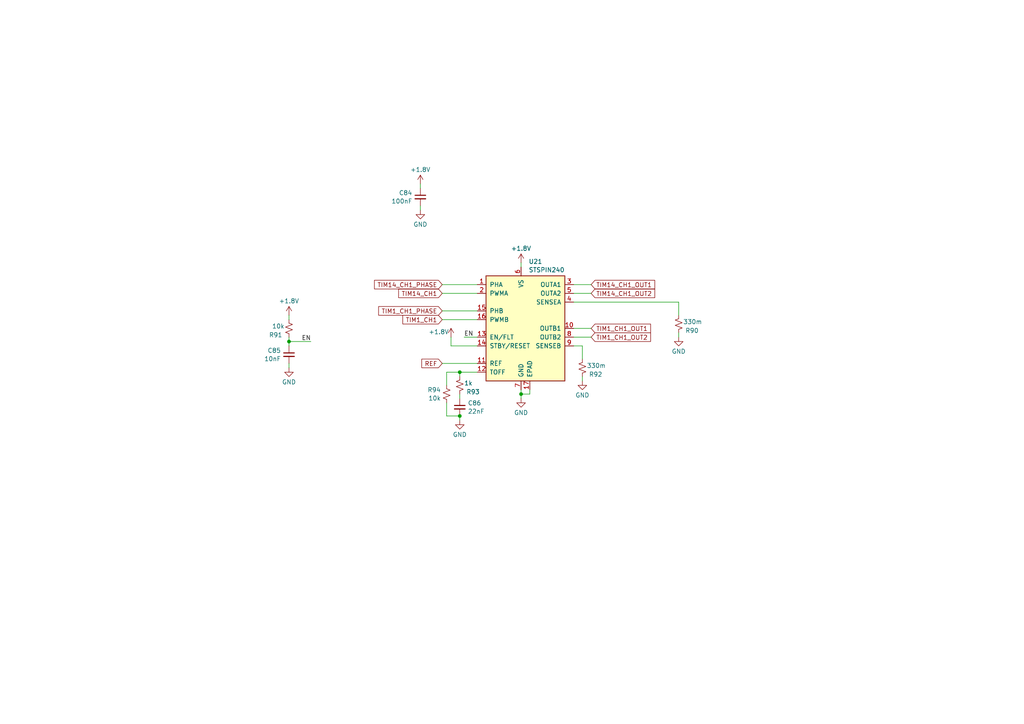
<source format=kicad_sch>
(kicad_sch
	(version 20231120)
	(generator "eeschema")
	(generator_version "8.0")
	(uuid "678b9aec-26bf-4f27-ba87-71e2ec76edda")
	(paper "A4")
	(lib_symbols
		(symbol "Device:C_Small"
			(pin_numbers hide)
			(pin_names
				(offset 0.254) hide)
			(exclude_from_sim no)
			(in_bom yes)
			(on_board yes)
			(property "Reference" "C"
				(at 0.254 1.778 0)
				(effects
					(font
						(size 1.27 1.27)
					)
					(justify left)
				)
			)
			(property "Value" "C_Small"
				(at 0.254 -2.032 0)
				(effects
					(font
						(size 1.27 1.27)
					)
					(justify left)
				)
			)
			(property "Footprint" ""
				(at 0 0 0)
				(effects
					(font
						(size 1.27 1.27)
					)
					(hide yes)
				)
			)
			(property "Datasheet" "~"
				(at 0 0 0)
				(effects
					(font
						(size 1.27 1.27)
					)
					(hide yes)
				)
			)
			(property "Description" "Unpolarized capacitor, small symbol"
				(at 0 0 0)
				(effects
					(font
						(size 1.27 1.27)
					)
					(hide yes)
				)
			)
			(property "ki_keywords" "capacitor cap"
				(at 0 0 0)
				(effects
					(font
						(size 1.27 1.27)
					)
					(hide yes)
				)
			)
			(property "ki_fp_filters" "C_*"
				(at 0 0 0)
				(effects
					(font
						(size 1.27 1.27)
					)
					(hide yes)
				)
			)
			(symbol "C_Small_0_1"
				(polyline
					(pts
						(xy -1.524 -0.508) (xy 1.524 -0.508)
					)
					(stroke
						(width 0.3302)
						(type default)
					)
					(fill
						(type none)
					)
				)
				(polyline
					(pts
						(xy -1.524 0.508) (xy 1.524 0.508)
					)
					(stroke
						(width 0.3048)
						(type default)
					)
					(fill
						(type none)
					)
				)
			)
			(symbol "C_Small_1_1"
				(pin passive line
					(at 0 2.54 270)
					(length 2.032)
					(name "~"
						(effects
							(font
								(size 1.27 1.27)
							)
						)
					)
					(number "1"
						(effects
							(font
								(size 1.27 1.27)
							)
						)
					)
				)
				(pin passive line
					(at 0 -2.54 90)
					(length 2.032)
					(name "~"
						(effects
							(font
								(size 1.27 1.27)
							)
						)
					)
					(number "2"
						(effects
							(font
								(size 1.27 1.27)
							)
						)
					)
				)
			)
		)
		(symbol "Device:R_Small_US"
			(pin_numbers hide)
			(pin_names
				(offset 0.254) hide)
			(exclude_from_sim no)
			(in_bom yes)
			(on_board yes)
			(property "Reference" "R"
				(at 0.762 0.508 0)
				(effects
					(font
						(size 1.27 1.27)
					)
					(justify left)
				)
			)
			(property "Value" "R_Small_US"
				(at 0.762 -1.016 0)
				(effects
					(font
						(size 1.27 1.27)
					)
					(justify left)
				)
			)
			(property "Footprint" ""
				(at 0 0 0)
				(effects
					(font
						(size 1.27 1.27)
					)
					(hide yes)
				)
			)
			(property "Datasheet" "~"
				(at 0 0 0)
				(effects
					(font
						(size 1.27 1.27)
					)
					(hide yes)
				)
			)
			(property "Description" "Resistor, small US symbol"
				(at 0 0 0)
				(effects
					(font
						(size 1.27 1.27)
					)
					(hide yes)
				)
			)
			(property "ki_keywords" "r resistor"
				(at 0 0 0)
				(effects
					(font
						(size 1.27 1.27)
					)
					(hide yes)
				)
			)
			(property "ki_fp_filters" "R_*"
				(at 0 0 0)
				(effects
					(font
						(size 1.27 1.27)
					)
					(hide yes)
				)
			)
			(symbol "R_Small_US_1_1"
				(polyline
					(pts
						(xy 0 0) (xy 1.016 -0.381) (xy 0 -0.762) (xy -1.016 -1.143) (xy 0 -1.524)
					)
					(stroke
						(width 0)
						(type default)
					)
					(fill
						(type none)
					)
				)
				(polyline
					(pts
						(xy 0 1.524) (xy 1.016 1.143) (xy 0 0.762) (xy -1.016 0.381) (xy 0 0)
					)
					(stroke
						(width 0)
						(type default)
					)
					(fill
						(type none)
					)
				)
				(pin passive line
					(at 0 2.54 270)
					(length 1.016)
					(name "~"
						(effects
							(font
								(size 1.27 1.27)
							)
						)
					)
					(number "1"
						(effects
							(font
								(size 1.27 1.27)
							)
						)
					)
				)
				(pin passive line
					(at 0 -2.54 90)
					(length 1.016)
					(name "~"
						(effects
							(font
								(size 1.27 1.27)
							)
						)
					)
					(number "2"
						(effects
							(font
								(size 1.27 1.27)
							)
						)
					)
				)
			)
		)
		(symbol "Driver_Motor:STSPIN240"
			(pin_names
				(offset 1.016)
			)
			(exclude_from_sim no)
			(in_bom yes)
			(on_board yes)
			(property "Reference" "U"
				(at -10.16 16.51 0)
				(effects
					(font
						(size 1.27 1.27)
					)
					(justify left)
				)
			)
			(property "Value" "STSPIN240"
				(at 5.08 16.51 0)
				(effects
					(font
						(size 1.27 1.27)
					)
					(justify left)
				)
			)
			(property "Footprint" "Package_DFN_QFN:VQFN-16-1EP_3x3mm_P0.5mm_EP1.8x1.8mm"
				(at 5.08 19.05 0)
				(effects
					(font
						(size 1.27 1.27)
					)
					(justify left)
					(hide yes)
				)
			)
			(property "Datasheet" "www.st.com/resource/en/datasheet/stspin240.pdf"
				(at 3.81 6.35 0)
				(effects
					(font
						(size 1.27 1.27)
					)
					(hide yes)
				)
			)
			(property "Description" "Low voltage dual brush DC motor driver, 1.8V to 10V input, 1.3Arms output, 0.4Ω Rdson per phase (typical), QFN-16 package"
				(at 0 0 0)
				(effects
					(font
						(size 1.27 1.27)
					)
					(hide yes)
				)
			)
			(property "ki_keywords" "motor driver dc brushed"
				(at 0 0 0)
				(effects
					(font
						(size 1.27 1.27)
					)
					(hide yes)
				)
			)
			(property "ki_fp_filters" "VQFN*1EP*3x3mm*P0.5mm*"
				(at 0 0 0)
				(effects
					(font
						(size 1.27 1.27)
					)
					(hide yes)
				)
			)
			(symbol "STSPIN240_0_1"
				(rectangle
					(start -10.16 15.24)
					(end 12.7 -15.24)
					(stroke
						(width 0.254)
						(type default)
					)
					(fill
						(type background)
					)
				)
			)
			(symbol "STSPIN240_1_1"
				(pin input line
					(at -12.7 12.7 0)
					(length 2.54)
					(name "PHA"
						(effects
							(font
								(size 1.27 1.27)
							)
						)
					)
					(number "1"
						(effects
							(font
								(size 1.27 1.27)
							)
						)
					)
				)
				(pin power_out line
					(at 15.24 0 180)
					(length 2.54)
					(name "OUTB1"
						(effects
							(font
								(size 1.27 1.27)
							)
						)
					)
					(number "10"
						(effects
							(font
								(size 1.27 1.27)
							)
						)
					)
				)
				(pin input line
					(at -12.7 -10.16 0)
					(length 2.54)
					(name "REF"
						(effects
							(font
								(size 1.27 1.27)
							)
						)
					)
					(number "11"
						(effects
							(font
								(size 1.27 1.27)
							)
						)
					)
				)
				(pin input line
					(at -12.7 -12.7 0)
					(length 2.54)
					(name "TOFF"
						(effects
							(font
								(size 1.27 1.27)
							)
						)
					)
					(number "12"
						(effects
							(font
								(size 1.27 1.27)
							)
						)
					)
				)
				(pin bidirectional line
					(at -12.7 -2.54 0)
					(length 2.54)
					(name "EN/FLT"
						(effects
							(font
								(size 1.27 1.27)
							)
						)
					)
					(number "13"
						(effects
							(font
								(size 1.27 1.27)
							)
						)
					)
				)
				(pin input line
					(at -12.7 -5.08 0)
					(length 2.54)
					(name "STBY/RESET"
						(effects
							(font
								(size 1.27 1.27)
							)
						)
					)
					(number "14"
						(effects
							(font
								(size 1.27 1.27)
							)
						)
					)
				)
				(pin input line
					(at -12.7 5.08 0)
					(length 2.54)
					(name "PHB"
						(effects
							(font
								(size 1.27 1.27)
							)
						)
					)
					(number "15"
						(effects
							(font
								(size 1.27 1.27)
							)
						)
					)
				)
				(pin input line
					(at -12.7 2.54 0)
					(length 2.54)
					(name "PWMB"
						(effects
							(font
								(size 1.27 1.27)
							)
						)
					)
					(number "16"
						(effects
							(font
								(size 1.27 1.27)
							)
						)
					)
				)
				(pin power_in line
					(at 2.54 -17.78 90)
					(length 2.54)
					(name "EPAD"
						(effects
							(font
								(size 1.27 1.27)
							)
						)
					)
					(number "17"
						(effects
							(font
								(size 1.27 1.27)
							)
						)
					)
				)
				(pin input line
					(at -12.7 10.16 0)
					(length 2.54)
					(name "PWMA"
						(effects
							(font
								(size 1.27 1.27)
							)
						)
					)
					(number "2"
						(effects
							(font
								(size 1.27 1.27)
							)
						)
					)
				)
				(pin power_out line
					(at 15.24 12.7 180)
					(length 2.54)
					(name "OUTA1"
						(effects
							(font
								(size 1.27 1.27)
							)
						)
					)
					(number "3"
						(effects
							(font
								(size 1.27 1.27)
							)
						)
					)
				)
				(pin power_out line
					(at 15.24 7.62 180)
					(length 2.54)
					(name "SENSEA"
						(effects
							(font
								(size 1.27 1.27)
							)
						)
					)
					(number "4"
						(effects
							(font
								(size 1.27 1.27)
							)
						)
					)
				)
				(pin power_out line
					(at 15.24 10.16 180)
					(length 2.54)
					(name "OUTA2"
						(effects
							(font
								(size 1.27 1.27)
							)
						)
					)
					(number "5"
						(effects
							(font
								(size 1.27 1.27)
							)
						)
					)
				)
				(pin power_in line
					(at 0 17.78 270)
					(length 2.54)
					(name "VS"
						(effects
							(font
								(size 1.27 1.27)
							)
						)
					)
					(number "6"
						(effects
							(font
								(size 1.27 1.27)
							)
						)
					)
				)
				(pin power_in line
					(at 0 -17.78 90)
					(length 2.54)
					(name "GND"
						(effects
							(font
								(size 1.27 1.27)
							)
						)
					)
					(number "7"
						(effects
							(font
								(size 1.27 1.27)
							)
						)
					)
				)
				(pin power_out line
					(at 15.24 -2.54 180)
					(length 2.54)
					(name "OUTB2"
						(effects
							(font
								(size 1.27 1.27)
							)
						)
					)
					(number "8"
						(effects
							(font
								(size 1.27 1.27)
							)
						)
					)
				)
				(pin power_out line
					(at 15.24 -5.08 180)
					(length 2.54)
					(name "SENSEB"
						(effects
							(font
								(size 1.27 1.27)
							)
						)
					)
					(number "9"
						(effects
							(font
								(size 1.27 1.27)
							)
						)
					)
				)
			)
		)
		(symbol "power:+1V8"
			(power)
			(pin_names
				(offset 0)
			)
			(exclude_from_sim no)
			(in_bom yes)
			(on_board yes)
			(property "Reference" "#PWR"
				(at 0 -3.81 0)
				(effects
					(font
						(size 1.27 1.27)
					)
					(hide yes)
				)
			)
			(property "Value" "+1V8"
				(at 0 3.556 0)
				(effects
					(font
						(size 1.27 1.27)
					)
				)
			)
			(property "Footprint" ""
				(at 0 0 0)
				(effects
					(font
						(size 1.27 1.27)
					)
					(hide yes)
				)
			)
			(property "Datasheet" ""
				(at 0 0 0)
				(effects
					(font
						(size 1.27 1.27)
					)
					(hide yes)
				)
			)
			(property "Description" "Power symbol creates a global label with name \"+1V8\""
				(at 0 0 0)
				(effects
					(font
						(size 1.27 1.27)
					)
					(hide yes)
				)
			)
			(property "ki_keywords" "global power"
				(at 0 0 0)
				(effects
					(font
						(size 1.27 1.27)
					)
					(hide yes)
				)
			)
			(symbol "+1V8_0_1"
				(polyline
					(pts
						(xy -0.762 1.27) (xy 0 2.54)
					)
					(stroke
						(width 0)
						(type default)
					)
					(fill
						(type none)
					)
				)
				(polyline
					(pts
						(xy 0 0) (xy 0 2.54)
					)
					(stroke
						(width 0)
						(type default)
					)
					(fill
						(type none)
					)
				)
				(polyline
					(pts
						(xy 0 2.54) (xy 0.762 1.27)
					)
					(stroke
						(width 0)
						(type default)
					)
					(fill
						(type none)
					)
				)
			)
			(symbol "+1V8_1_1"
				(pin power_in line
					(at 0 0 90)
					(length 0) hide
					(name "+1V8"
						(effects
							(font
								(size 1.27 1.27)
							)
						)
					)
					(number "1"
						(effects
							(font
								(size 1.27 1.27)
							)
						)
					)
				)
			)
		)
		(symbol "power:GND"
			(power)
			(pin_names
				(offset 0)
			)
			(exclude_from_sim no)
			(in_bom yes)
			(on_board yes)
			(property "Reference" "#PWR"
				(at 0 -6.35 0)
				(effects
					(font
						(size 1.27 1.27)
					)
					(hide yes)
				)
			)
			(property "Value" "GND"
				(at 0 -3.81 0)
				(effects
					(font
						(size 1.27 1.27)
					)
				)
			)
			(property "Footprint" ""
				(at 0 0 0)
				(effects
					(font
						(size 1.27 1.27)
					)
					(hide yes)
				)
			)
			(property "Datasheet" ""
				(at 0 0 0)
				(effects
					(font
						(size 1.27 1.27)
					)
					(hide yes)
				)
			)
			(property "Description" "Power symbol creates a global label with name \"GND\" , ground"
				(at 0 0 0)
				(effects
					(font
						(size 1.27 1.27)
					)
					(hide yes)
				)
			)
			(property "ki_keywords" "global power"
				(at 0 0 0)
				(effects
					(font
						(size 1.27 1.27)
					)
					(hide yes)
				)
			)
			(symbol "GND_0_1"
				(polyline
					(pts
						(xy 0 0) (xy 0 -1.27) (xy 1.27 -1.27) (xy 0 -2.54) (xy -1.27 -1.27) (xy 0 -1.27)
					)
					(stroke
						(width 0)
						(type default)
					)
					(fill
						(type none)
					)
				)
			)
			(symbol "GND_1_1"
				(pin power_in line
					(at 0 0 270)
					(length 0) hide
					(name "GND"
						(effects
							(font
								(size 1.27 1.27)
							)
						)
					)
					(number "1"
						(effects
							(font
								(size 1.27 1.27)
							)
						)
					)
				)
			)
		)
	)
	(junction
		(at 133.35 120.65)
		(diameter 0)
		(color 0 0 0 0)
		(uuid "42d6576e-fadb-4563-9fc6-3a42c8f7e3c8")
	)
	(junction
		(at 133.35 107.95)
		(diameter 0)
		(color 0 0 0 0)
		(uuid "667f0bd6-b12d-4faa-987f-927ccb27679f")
	)
	(junction
		(at 151.13 114.3)
		(diameter 0)
		(color 0 0 0 0)
		(uuid "b8536958-cabd-4320-bfca-2face8fcc9a7")
	)
	(junction
		(at 83.82 99.06)
		(diameter 0)
		(color 0 0 0 0)
		(uuid "d7e75411-1de3-452c-afc2-da1331c922c2")
	)
	(wire
		(pts
			(xy 151.13 76.2) (xy 151.13 77.47)
		)
		(stroke
			(width 0)
			(type default)
		)
		(uuid "0df78f29-7091-44f6-a730-ef372ed57675")
	)
	(wire
		(pts
			(xy 133.35 107.95) (xy 133.35 109.22)
		)
		(stroke
			(width 0)
			(type default)
		)
		(uuid "136b5161-d7ef-4375-aa91-e102651a4665")
	)
	(wire
		(pts
			(xy 168.91 100.33) (xy 166.37 100.33)
		)
		(stroke
			(width 0)
			(type default)
		)
		(uuid "154c620a-04df-4b2c-84d6-36da2c79bbea")
	)
	(wire
		(pts
			(xy 121.92 59.69) (xy 121.92 60.96)
		)
		(stroke
			(width 0)
			(type default)
		)
		(uuid "1ea7bd63-8734-448b-980b-014f4ca342f1")
	)
	(wire
		(pts
			(xy 133.35 114.3) (xy 133.35 115.57)
		)
		(stroke
			(width 0)
			(type default)
		)
		(uuid "2081ed10-af47-4487-84ed-017469b4fdb8")
	)
	(wire
		(pts
			(xy 128.27 92.71) (xy 138.43 92.71)
		)
		(stroke
			(width 0)
			(type default)
		)
		(uuid "24beaf91-e7d3-4e03-a638-690a46340679")
	)
	(wire
		(pts
			(xy 168.91 109.22) (xy 168.91 110.49)
		)
		(stroke
			(width 0)
			(type default)
		)
		(uuid "32926c58-e476-43b4-99b4-f50b1bd7289c")
	)
	(wire
		(pts
			(xy 83.82 99.06) (xy 83.82 100.33)
		)
		(stroke
			(width 0)
			(type default)
		)
		(uuid "3421b40e-45e7-4ac7-915c-5c46804131b9")
	)
	(wire
		(pts
			(xy 129.54 120.65) (xy 133.35 120.65)
		)
		(stroke
			(width 0)
			(type default)
		)
		(uuid "416fd5ac-a650-418e-931e-fcded8135e33")
	)
	(wire
		(pts
			(xy 128.27 90.17) (xy 138.43 90.17)
		)
		(stroke
			(width 0)
			(type default)
		)
		(uuid "424cc603-8d4e-4823-ae49-81b1618ee283")
	)
	(wire
		(pts
			(xy 168.91 104.14) (xy 168.91 100.33)
		)
		(stroke
			(width 0)
			(type default)
		)
		(uuid "48380410-9649-43e2-908f-c3ad67ad29b7")
	)
	(wire
		(pts
			(xy 151.13 113.03) (xy 151.13 114.3)
		)
		(stroke
			(width 0)
			(type default)
		)
		(uuid "5cf3c158-a797-45ff-8d5c-d0d1fafe3a22")
	)
	(wire
		(pts
			(xy 83.82 105.41) (xy 83.82 106.68)
		)
		(stroke
			(width 0)
			(type default)
		)
		(uuid "63b91a7c-7c95-4637-acd6-fcc77520c5dc")
	)
	(wire
		(pts
			(xy 196.85 87.63) (xy 196.85 91.44)
		)
		(stroke
			(width 0)
			(type default)
		)
		(uuid "6e4cef16-5184-4768-b13c-e683484dc67d")
	)
	(wire
		(pts
			(xy 129.54 107.95) (xy 133.35 107.95)
		)
		(stroke
			(width 0)
			(type default)
		)
		(uuid "7a2f5d6d-f89b-4009-be9b-50d00f32949b")
	)
	(wire
		(pts
			(xy 128.27 82.55) (xy 138.43 82.55)
		)
		(stroke
			(width 0)
			(type default)
		)
		(uuid "803c6951-769d-4787-a8a8-9d5548901c73")
	)
	(wire
		(pts
			(xy 121.92 53.34) (xy 121.92 54.61)
		)
		(stroke
			(width 0)
			(type default)
		)
		(uuid "81df2ca9-c94f-4f2b-a3c6-fd7d2f5cd330")
	)
	(wire
		(pts
			(xy 171.45 97.79) (xy 166.37 97.79)
		)
		(stroke
			(width 0)
			(type default)
		)
		(uuid "86b89144-a35d-4606-bee6-e66409accc8b")
	)
	(wire
		(pts
			(xy 138.43 97.79) (xy 134.62 97.79)
		)
		(stroke
			(width 0)
			(type default)
		)
		(uuid "87ebdfcb-394e-45c3-bb85-92d5e78fab56")
	)
	(wire
		(pts
			(xy 128.27 85.09) (xy 138.43 85.09)
		)
		(stroke
			(width 0)
			(type default)
		)
		(uuid "8e1f1e4d-a6da-4aa4-97a4-ceec37ac802b")
	)
	(wire
		(pts
			(xy 171.45 82.55) (xy 166.37 82.55)
		)
		(stroke
			(width 0)
			(type default)
		)
		(uuid "9073e5b9-c9af-4baa-b7cc-01e4e0e8170f")
	)
	(wire
		(pts
			(xy 133.35 107.95) (xy 138.43 107.95)
		)
		(stroke
			(width 0)
			(type default)
		)
		(uuid "af0d2cc6-489d-454c-9b05-ca897f917682")
	)
	(wire
		(pts
			(xy 130.81 100.33) (xy 138.43 100.33)
		)
		(stroke
			(width 0)
			(type default)
		)
		(uuid "b17469f9-4bfa-4158-bb7d-36070dad954a")
	)
	(wire
		(pts
			(xy 130.81 97.79) (xy 130.81 100.33)
		)
		(stroke
			(width 0)
			(type default)
		)
		(uuid "b99a87d4-af7a-4089-919c-45c7b3e63e22")
	)
	(wire
		(pts
			(xy 83.82 97.79) (xy 83.82 99.06)
		)
		(stroke
			(width 0)
			(type default)
		)
		(uuid "bab4188a-e630-4411-9ebd-0ebfae15cdb7")
	)
	(wire
		(pts
			(xy 171.45 85.09) (xy 166.37 85.09)
		)
		(stroke
			(width 0)
			(type default)
		)
		(uuid "bdd1b05d-dd6b-43d2-8213-f03d27a27000")
	)
	(wire
		(pts
			(xy 151.13 114.3) (xy 151.13 115.57)
		)
		(stroke
			(width 0)
			(type default)
		)
		(uuid "c05a63b7-2286-49ac-88b8-9c002ca85a9b")
	)
	(wire
		(pts
			(xy 196.85 87.63) (xy 166.37 87.63)
		)
		(stroke
			(width 0)
			(type default)
		)
		(uuid "c703d5d0-28ac-450a-9e81-ebc92b083f82")
	)
	(wire
		(pts
			(xy 128.27 105.41) (xy 138.43 105.41)
		)
		(stroke
			(width 0)
			(type default)
		)
		(uuid "d35195cc-7528-460d-9bc1-1c284727c64a")
	)
	(wire
		(pts
			(xy 129.54 116.84) (xy 129.54 120.65)
		)
		(stroke
			(width 0)
			(type default)
		)
		(uuid "df4c6b07-3cee-4d76-82ac-68278b1b2a0b")
	)
	(wire
		(pts
			(xy 83.82 91.44) (xy 83.82 92.71)
		)
		(stroke
			(width 0)
			(type default)
		)
		(uuid "e0f0e4df-3c11-491b-8c83-7b2feb1c5868")
	)
	(wire
		(pts
			(xy 153.67 114.3) (xy 153.67 113.03)
		)
		(stroke
			(width 0)
			(type default)
		)
		(uuid "e511d5ce-c0d6-4f17-bf9c-e17cd78b2211")
	)
	(wire
		(pts
			(xy 83.82 99.06) (xy 90.17 99.06)
		)
		(stroke
			(width 0)
			(type default)
		)
		(uuid "e535f119-b11d-44d9-8320-a66c01ce3ac1")
	)
	(wire
		(pts
			(xy 129.54 107.95) (xy 129.54 111.76)
		)
		(stroke
			(width 0)
			(type default)
		)
		(uuid "ea7df6dd-d206-4b50-ba0f-4867bd8d5e3c")
	)
	(wire
		(pts
			(xy 196.85 96.52) (xy 196.85 97.79)
		)
		(stroke
			(width 0)
			(type default)
		)
		(uuid "eedb8325-9b7d-43e3-aeb3-3c1bcc0fd479")
	)
	(wire
		(pts
			(xy 151.13 114.3) (xy 153.67 114.3)
		)
		(stroke
			(width 0)
			(type default)
		)
		(uuid "f25e5032-c755-44ef-8098-cb8f9e78830f")
	)
	(wire
		(pts
			(xy 171.45 95.25) (xy 166.37 95.25)
		)
		(stroke
			(width 0)
			(type default)
		)
		(uuid "f53cb537-a4c1-47fa-b30f-4b9840c5326a")
	)
	(wire
		(pts
			(xy 133.35 121.92) (xy 133.35 120.65)
		)
		(stroke
			(width 0)
			(type default)
		)
		(uuid "fcb6524b-ad1e-4656-ace8-fb400e227a7f")
	)
	(label "EN"
		(at 134.62 97.79 0)
		(fields_autoplaced yes)
		(effects
			(font
				(size 1.27 1.27)
			)
			(justify left bottom)
		)
		(uuid "2d735b23-4b75-4cc8-8522-77b72559e13e")
	)
	(label "EN"
		(at 90.17 99.06 180)
		(fields_autoplaced yes)
		(effects
			(font
				(size 1.27 1.27)
			)
			(justify right bottom)
		)
		(uuid "fc3e2e52-2328-484c-bc85-8e920ea7a8f4")
	)
	(global_label "TIM1_CH1_OUT1"
		(shape input)
		(at 171.45 95.25 0)
		(fields_autoplaced yes)
		(effects
			(font
				(size 1.27 1.27)
			)
			(justify left)
		)
		(uuid "093abaa1-6cc2-4611-b048-f1c41cc01e9f")
		(property "Intersheetrefs" "${INTERSHEET_REFS}"
			(at 189.2518 95.25 0)
			(effects
				(font
					(size 1.27 1.27)
				)
				(justify left)
				(hide yes)
			)
		)
	)
	(global_label "TIM1_CH1"
		(shape input)
		(at 128.27 92.71 180)
		(fields_autoplaced yes)
		(effects
			(font
				(size 1.27 1.27)
			)
			(justify right)
		)
		(uuid "58b2eda6-4dac-4b30-9252-55102a16717b")
		(property "Intersheetrefs" "${INTERSHEET_REFS}"
			(at 116.2739 92.71 0)
			(effects
				(font
					(size 1.27 1.27)
				)
				(justify right)
				(hide yes)
			)
		)
	)
	(global_label "TIM14_CH1_OUT2"
		(shape input)
		(at 171.45 85.09 0)
		(fields_autoplaced yes)
		(effects
			(font
				(size 1.27 1.27)
			)
			(justify left)
		)
		(uuid "5f560d61-f3e8-4ac0-8918-c180e7208148")
		(property "Intersheetrefs" "${INTERSHEET_REFS}"
			(at 190.4613 85.09 0)
			(effects
				(font
					(size 1.27 1.27)
				)
				(justify left)
				(hide yes)
			)
		)
	)
	(global_label "TIM14_CH1_OUT1"
		(shape input)
		(at 171.45 82.55 0)
		(fields_autoplaced yes)
		(effects
			(font
				(size 1.27 1.27)
			)
			(justify left)
		)
		(uuid "7c8b6df9-eace-44b5-92db-48622de2f59f")
		(property "Intersheetrefs" "${INTERSHEET_REFS}"
			(at 190.4613 82.55 0)
			(effects
				(font
					(size 1.27 1.27)
				)
				(justify left)
				(hide yes)
			)
		)
	)
	(global_label "TIM1_CH1_PHASE"
		(shape input)
		(at 128.27 90.17 180)
		(fields_autoplaced yes)
		(effects
			(font
				(size 1.27 1.27)
			)
			(justify right)
		)
		(uuid "8b813cc2-a0aa-4d22-9809-183b5a09753d")
		(property "Intersheetrefs" "${INTERSHEET_REFS}"
			(at 109.2587 90.17 0)
			(effects
				(font
					(size 1.27 1.27)
				)
				(justify right)
				(hide yes)
			)
		)
	)
	(global_label "TIM1_CH1_OUT2"
		(shape input)
		(at 171.45 97.79 0)
		(fields_autoplaced yes)
		(effects
			(font
				(size 1.27 1.27)
			)
			(justify left)
		)
		(uuid "90d8f865-50c5-4f48-bbea-62abe7a14b0e")
		(property "Intersheetrefs" "${INTERSHEET_REFS}"
			(at 189.2518 97.79 0)
			(effects
				(font
					(size 1.27 1.27)
				)
				(justify left)
				(hide yes)
			)
		)
	)
	(global_label "REF"
		(shape input)
		(at 128.27 105.41 180)
		(fields_autoplaced yes)
		(effects
			(font
				(size 1.27 1.27)
			)
			(justify right)
		)
		(uuid "a0dc2bc4-5b4f-4c18-86e8-8fa5de828bae")
		(property "Intersheetrefs" "${INTERSHEET_REFS}"
			(at 121.7772 105.41 0)
			(effects
				(font
					(size 1.27 1.27)
				)
				(justify right)
				(hide yes)
			)
		)
	)
	(global_label "TIM14_CH1_PHASE"
		(shape input)
		(at 128.27 82.55 180)
		(fields_autoplaced yes)
		(effects
			(font
				(size 1.27 1.27)
			)
			(justify right)
		)
		(uuid "a4881ba1-4837-43a5-b98c-30b78eaa4774")
		(property "Intersheetrefs" "${INTERSHEET_REFS}"
			(at 108.0492 82.55 0)
			(effects
				(font
					(size 1.27 1.27)
				)
				(justify right)
				(hide yes)
			)
		)
	)
	(global_label "TIM14_CH1"
		(shape input)
		(at 128.27 85.09 180)
		(fields_autoplaced yes)
		(effects
			(font
				(size 1.27 1.27)
			)
			(justify right)
		)
		(uuid "b6dee8e1-f56e-4501-a1ed-fa3e6493b6f5")
		(property "Intersheetrefs" "${INTERSHEET_REFS}"
			(at 115.0644 85.09 0)
			(effects
				(font
					(size 1.27 1.27)
				)
				(justify right)
				(hide yes)
			)
		)
	)
	(symbol
		(lib_id "Device:R_Small_US")
		(at 133.35 111.76 0)
		(mirror y)
		(unit 1)
		(exclude_from_sim no)
		(in_bom yes)
		(on_board yes)
		(dnp no)
		(uuid "08d3599f-af0c-44bb-81d5-91e8f1f358cf")
		(property "Reference" "R93"
			(at 135.255 113.665 0)
			(effects
				(font
					(size 1.27 1.27)
				)
				(justify right)
			)
		)
		(property "Value" "1k"
			(at 134.62 111.125 0)
			(effects
				(font
					(size 1.27 1.27)
				)
				(justify right)
			)
		)
		(property "Footprint" "Resistor_SMD:R_0402_1005Metric"
			(at 133.35 111.76 0)
			(effects
				(font
					(size 1.27 1.27)
				)
				(hide yes)
			)
		)
		(property "Datasheet" "~"
			(at 133.35 111.76 0)
			(effects
				(font
					(size 1.27 1.27)
				)
				(hide yes)
			)
		)
		(property "Description" ""
			(at 133.35 111.76 0)
			(effects
				(font
					(size 1.27 1.27)
				)
				(hide yes)
			)
		)
		(property "LCSC" "C11702"
			(at 133.35 111.76 0)
			(effects
				(font
					(size 1.27 1.27)
				)
				(hide yes)
			)
		)
		(pin "1"
			(uuid "520cc536-f2af-4093-9c89-99c22b303949")
		)
		(pin "2"
			(uuid "6d27895e-5584-4a35-a191-ef74435461a2")
		)
		(instances
			(project "kasm_pcb_rev2"
				(path "/b88f3414-095b-412c-ac5e-63ceec91c7e6/2d3f9a94-2f4e-4d4f-b431-cd37d3bb57a3/a9eedab9-16e6-4c43-a072-f3986a2633dd"
					(reference "R93")
					(unit 1)
				)
			)
		)
	)
	(symbol
		(lib_id "power:GND")
		(at 151.13 115.57 0)
		(unit 1)
		(exclude_from_sim no)
		(in_bom yes)
		(on_board yes)
		(dnp no)
		(uuid "0999cc4d-196e-43d7-9300-6dc4805e5618")
		(property "Reference" "#PWR0214"
			(at 151.13 121.92 0)
			(effects
				(font
					(size 1.27 1.27)
				)
				(hide yes)
			)
		)
		(property "Value" "GND"
			(at 151.13 119.7031 0)
			(effects
				(font
					(size 1.27 1.27)
				)
			)
		)
		(property "Footprint" ""
			(at 151.13 115.57 0)
			(effects
				(font
					(size 1.27 1.27)
				)
				(hide yes)
			)
		)
		(property "Datasheet" ""
			(at 151.13 115.57 0)
			(effects
				(font
					(size 1.27 1.27)
				)
				(hide yes)
			)
		)
		(property "Description" ""
			(at 151.13 115.57 0)
			(effects
				(font
					(size 1.27 1.27)
				)
				(hide yes)
			)
		)
		(pin "1"
			(uuid "01c8d304-92ab-4c38-9ee6-bb49e7f47521")
		)
		(instances
			(project "kasm_pcb_rev2"
				(path "/b88f3414-095b-412c-ac5e-63ceec91c7e6/2d3f9a94-2f4e-4d4f-b431-cd37d3bb57a3/a9eedab9-16e6-4c43-a072-f3986a2633dd"
					(reference "#PWR0214")
					(unit 1)
				)
			)
		)
	)
	(symbol
		(lib_id "Device:R_Small_US")
		(at 196.85 93.98 0)
		(mirror y)
		(unit 1)
		(exclude_from_sim no)
		(in_bom yes)
		(on_board yes)
		(dnp no)
		(uuid "0c943832-355b-4dd2-80d1-86cc87ab732c")
		(property "Reference" "R90"
			(at 198.755 95.885 0)
			(effects
				(font
					(size 1.27 1.27)
				)
				(justify right)
			)
		)
		(property "Value" "330m"
			(at 198.12 93.345 0)
			(effects
				(font
					(size 1.27 1.27)
				)
				(justify right)
			)
		)
		(property "Footprint" "Resistor_SMD:R_0402_1005Metric"
			(at 196.85 93.98 0)
			(effects
				(font
					(size 1.27 1.27)
				)
				(hide yes)
			)
		)
		(property "Datasheet" "~"
			(at 196.85 93.98 0)
			(effects
				(font
					(size 1.27 1.27)
				)
				(hide yes)
			)
		)
		(property "Description" ""
			(at 196.85 93.98 0)
			(effects
				(font
					(size 1.27 1.27)
				)
				(hide yes)
			)
		)
		(property "LCSC" "C332660"
			(at 196.85 93.98 0)
			(effects
				(font
					(size 1.27 1.27)
				)
				(hide yes)
			)
		)
		(pin "1"
			(uuid "57d730c9-355f-4784-b711-036a1073d2a4")
		)
		(pin "2"
			(uuid "b0acd83e-7dfa-44f5-8902-f6cbfe4aaaab")
		)
		(instances
			(project "kasm_pcb_rev2"
				(path "/b88f3414-095b-412c-ac5e-63ceec91c7e6/2d3f9a94-2f4e-4d4f-b431-cd37d3bb57a3/a9eedab9-16e6-4c43-a072-f3986a2633dd"
					(reference "R90")
					(unit 1)
				)
			)
		)
	)
	(symbol
		(lib_id "power:GND")
		(at 133.35 121.92 0)
		(unit 1)
		(exclude_from_sim no)
		(in_bom yes)
		(on_board yes)
		(dnp no)
		(uuid "14826b93-6e2a-40a6-8261-c4025ad4b572")
		(property "Reference" "#PWR0215"
			(at 133.35 128.27 0)
			(effects
				(font
					(size 1.27 1.27)
				)
				(hide yes)
			)
		)
		(property "Value" "GND"
			(at 133.35 126.0531 0)
			(effects
				(font
					(size 1.27 1.27)
				)
			)
		)
		(property "Footprint" ""
			(at 133.35 121.92 0)
			(effects
				(font
					(size 1.27 1.27)
				)
				(hide yes)
			)
		)
		(property "Datasheet" ""
			(at 133.35 121.92 0)
			(effects
				(font
					(size 1.27 1.27)
				)
				(hide yes)
			)
		)
		(property "Description" ""
			(at 133.35 121.92 0)
			(effects
				(font
					(size 1.27 1.27)
				)
				(hide yes)
			)
		)
		(pin "1"
			(uuid "e8b8079c-b48f-4a26-a36d-ad370f272bfa")
		)
		(instances
			(project "kasm_pcb_rev2"
				(path "/b88f3414-095b-412c-ac5e-63ceec91c7e6/2d3f9a94-2f4e-4d4f-b431-cd37d3bb57a3/a9eedab9-16e6-4c43-a072-f3986a2633dd"
					(reference "#PWR0215")
					(unit 1)
				)
			)
		)
	)
	(symbol
		(lib_id "Device:R_Small_US")
		(at 83.82 95.25 0)
		(unit 1)
		(exclude_from_sim no)
		(in_bom yes)
		(on_board yes)
		(dnp no)
		(uuid "23119a32-3781-4e14-9518-f3722f383c32")
		(property "Reference" "R91"
			(at 81.915 97.155 0)
			(effects
				(font
					(size 1.27 1.27)
				)
				(justify right)
			)
		)
		(property "Value" "10k"
			(at 82.55 94.615 0)
			(effects
				(font
					(size 1.27 1.27)
				)
				(justify right)
			)
		)
		(property "Footprint" "Resistor_SMD:R_0402_1005Metric"
			(at 83.82 95.25 0)
			(effects
				(font
					(size 1.27 1.27)
				)
				(hide yes)
			)
		)
		(property "Datasheet" "~"
			(at 83.82 95.25 0)
			(effects
				(font
					(size 1.27 1.27)
				)
				(hide yes)
			)
		)
		(property "Description" ""
			(at 83.82 95.25 0)
			(effects
				(font
					(size 1.27 1.27)
				)
				(hide yes)
			)
		)
		(property "LCSC" "C25744"
			(at 83.82 95.25 0)
			(effects
				(font
					(size 1.27 1.27)
				)
				(hide yes)
			)
		)
		(pin "1"
			(uuid "d81662fd-b7ee-4cd3-835e-4201edb14a83")
		)
		(pin "2"
			(uuid "161611a2-a90e-4351-9765-90a80e4e7081")
		)
		(instances
			(project "kasm_pcb_rev2"
				(path "/b88f3414-095b-412c-ac5e-63ceec91c7e6/2d3f9a94-2f4e-4d4f-b431-cd37d3bb57a3/a9eedab9-16e6-4c43-a072-f3986a2633dd"
					(reference "R91")
					(unit 1)
				)
			)
		)
	)
	(symbol
		(lib_id "power:+1V8")
		(at 130.81 97.79 0)
		(unit 1)
		(exclude_from_sim no)
		(in_bom yes)
		(on_board yes)
		(dnp no)
		(uuid "47419cb7-ae1c-489c-b519-ae9a5c0d2b1e")
		(property "Reference" "#PWR0210"
			(at 130.81 101.6 0)
			(effects
				(font
					(size 1.27 1.27)
				)
				(hide yes)
			)
		)
		(property "Value" "+1.8V"
			(at 127.254 96.266 0)
			(effects
				(font
					(size 1.27 1.27)
				)
			)
		)
		(property "Footprint" ""
			(at 130.81 97.79 0)
			(effects
				(font
					(size 1.27 1.27)
				)
				(hide yes)
			)
		)
		(property "Datasheet" ""
			(at 130.81 97.79 0)
			(effects
				(font
					(size 1.27 1.27)
				)
				(hide yes)
			)
		)
		(property "Description" ""
			(at 130.81 97.79 0)
			(effects
				(font
					(size 1.27 1.27)
				)
				(hide yes)
			)
		)
		(pin "1"
			(uuid "053ca9e1-1fa5-4cbe-93b1-01fdae85988d")
		)
		(instances
			(project "kasm_pcb_rev2"
				(path "/b88f3414-095b-412c-ac5e-63ceec91c7e6/2d3f9a94-2f4e-4d4f-b431-cd37d3bb57a3/a9eedab9-16e6-4c43-a072-f3986a2633dd"
					(reference "#PWR0210")
					(unit 1)
				)
			)
		)
	)
	(symbol
		(lib_id "Device:R_Small_US")
		(at 168.91 106.68 0)
		(mirror y)
		(unit 1)
		(exclude_from_sim no)
		(in_bom yes)
		(on_board yes)
		(dnp no)
		(uuid "573e37f4-27b0-4a2f-aa61-feaccf55e8aa")
		(property "Reference" "R92"
			(at 170.815 108.585 0)
			(effects
				(font
					(size 1.27 1.27)
				)
				(justify right)
			)
		)
		(property "Value" "330m"
			(at 170.18 106.045 0)
			(effects
				(font
					(size 1.27 1.27)
				)
				(justify right)
			)
		)
		(property "Footprint" "Resistor_SMD:R_0402_1005Metric"
			(at 168.91 106.68 0)
			(effects
				(font
					(size 1.27 1.27)
				)
				(hide yes)
			)
		)
		(property "Datasheet" "~"
			(at 168.91 106.68 0)
			(effects
				(font
					(size 1.27 1.27)
				)
				(hide yes)
			)
		)
		(property "Description" ""
			(at 168.91 106.68 0)
			(effects
				(font
					(size 1.27 1.27)
				)
				(hide yes)
			)
		)
		(property "LCSC" "C332660"
			(at 168.91 106.68 0)
			(effects
				(font
					(size 1.27 1.27)
				)
				(hide yes)
			)
		)
		(pin "1"
			(uuid "deb5ea79-eada-4ab9-8293-e45ffe29325b")
		)
		(pin "2"
			(uuid "9fb9f794-63ce-4561-8109-da4072feb646")
		)
		(instances
			(project "kasm_pcb_rev2"
				(path "/b88f3414-095b-412c-ac5e-63ceec91c7e6/2d3f9a94-2f4e-4d4f-b431-cd37d3bb57a3/a9eedab9-16e6-4c43-a072-f3986a2633dd"
					(reference "R92")
					(unit 1)
				)
			)
		)
	)
	(symbol
		(lib_id "Device:C_Small")
		(at 83.82 102.87 0)
		(mirror y)
		(unit 1)
		(exclude_from_sim no)
		(in_bom yes)
		(on_board yes)
		(dnp no)
		(uuid "8bbefa2f-93dc-492f-a9f9-ce6467de0313")
		(property "Reference" "C85"
			(at 81.4959 101.6642 0)
			(effects
				(font
					(size 1.27 1.27)
				)
				(justify left)
			)
		)
		(property "Value" "10nF"
			(at 81.4959 104.0884 0)
			(effects
				(font
					(size 1.27 1.27)
				)
				(justify left)
			)
		)
		(property "Footprint" "Capacitor_SMD:C_0402_1005Metric"
			(at 83.82 102.87 0)
			(effects
				(font
					(size 1.27 1.27)
				)
				(hide yes)
			)
		)
		(property "Datasheet" "~"
			(at 83.82 102.87 0)
			(effects
				(font
					(size 1.27 1.27)
				)
				(hide yes)
			)
		)
		(property "Description" ""
			(at 83.82 102.87 0)
			(effects
				(font
					(size 1.27 1.27)
				)
				(hide yes)
			)
		)
		(property "LCSC" "C15195"
			(at 83.82 102.87 0)
			(effects
				(font
					(size 1.27 1.27)
				)
				(hide yes)
			)
		)
		(pin "1"
			(uuid "4a0b128f-1011-4cfc-a4f9-a184f8f367cb")
		)
		(pin "2"
			(uuid "7ee64186-dbfa-4b56-9658-efb851b27027")
		)
		(instances
			(project "kasm_pcb_rev2"
				(path "/b88f3414-095b-412c-ac5e-63ceec91c7e6/2d3f9a94-2f4e-4d4f-b431-cd37d3bb57a3/a9eedab9-16e6-4c43-a072-f3986a2633dd"
					(reference "C85")
					(unit 1)
				)
			)
		)
	)
	(symbol
		(lib_id "Device:C_Small")
		(at 133.35 118.11 0)
		(unit 1)
		(exclude_from_sim no)
		(in_bom yes)
		(on_board yes)
		(dnp no)
		(uuid "a4b32b01-09cd-40d7-b4bd-05e6b14c732a")
		(property "Reference" "C86"
			(at 135.6741 116.9042 0)
			(effects
				(font
					(size 1.27 1.27)
				)
				(justify left)
			)
		)
		(property "Value" "22nF"
			(at 135.6741 119.3284 0)
			(effects
				(font
					(size 1.27 1.27)
				)
				(justify left)
			)
		)
		(property "Footprint" "Capacitor_SMD:C_0402_1005Metric"
			(at 133.35 118.11 0)
			(effects
				(font
					(size 1.27 1.27)
				)
				(hide yes)
			)
		)
		(property "Datasheet" "~"
			(at 133.35 118.11 0)
			(effects
				(font
					(size 1.27 1.27)
				)
				(hide yes)
			)
		)
		(property "Description" ""
			(at 133.35 118.11 0)
			(effects
				(font
					(size 1.27 1.27)
				)
				(hide yes)
			)
		)
		(property "LCSC" "C1532"
			(at 133.35 118.11 0)
			(effects
				(font
					(size 1.27 1.27)
				)
				(hide yes)
			)
		)
		(pin "1"
			(uuid "8b85e93a-1364-406f-b041-5332cdf1f0d7")
		)
		(pin "2"
			(uuid "1180bcc9-8394-4f27-9980-bdad24b10085")
		)
		(instances
			(project "kasm_pcb_rev2"
				(path "/b88f3414-095b-412c-ac5e-63ceec91c7e6/2d3f9a94-2f4e-4d4f-b431-cd37d3bb57a3/a9eedab9-16e6-4c43-a072-f3986a2633dd"
					(reference "C86")
					(unit 1)
				)
			)
		)
	)
	(symbol
		(lib_id "power:GND")
		(at 83.82 106.68 0)
		(unit 1)
		(exclude_from_sim no)
		(in_bom yes)
		(on_board yes)
		(dnp no)
		(uuid "a7e209d7-8814-4e15-94e5-c596746dcf1c")
		(property "Reference" "#PWR0212"
			(at 83.82 113.03 0)
			(effects
				(font
					(size 1.27 1.27)
				)
				(hide yes)
			)
		)
		(property "Value" "GND"
			(at 83.82 110.8131 0)
			(effects
				(font
					(size 1.27 1.27)
				)
			)
		)
		(property "Footprint" ""
			(at 83.82 106.68 0)
			(effects
				(font
					(size 1.27 1.27)
				)
				(hide yes)
			)
		)
		(property "Datasheet" ""
			(at 83.82 106.68 0)
			(effects
				(font
					(size 1.27 1.27)
				)
				(hide yes)
			)
		)
		(property "Description" ""
			(at 83.82 106.68 0)
			(effects
				(font
					(size 1.27 1.27)
				)
				(hide yes)
			)
		)
		(pin "1"
			(uuid "92a6c475-de20-49ef-86de-68ef71c69e89")
		)
		(instances
			(project "kasm_pcb_rev2"
				(path "/b88f3414-095b-412c-ac5e-63ceec91c7e6/2d3f9a94-2f4e-4d4f-b431-cd37d3bb57a3/a9eedab9-16e6-4c43-a072-f3986a2633dd"
					(reference "#PWR0212")
					(unit 1)
				)
			)
		)
	)
	(symbol
		(lib_id "Device:R_Small_US")
		(at 129.54 114.3 0)
		(unit 1)
		(exclude_from_sim no)
		(in_bom yes)
		(on_board yes)
		(dnp no)
		(uuid "bfdc5db9-5620-48b6-9bf6-89e3bdf3214f")
		(property "Reference" "R94"
			(at 127.889 113.0879 0)
			(effects
				(font
					(size 1.27 1.27)
				)
				(justify right)
			)
		)
		(property "Value" "10k"
			(at 127.889 115.5121 0)
			(effects
				(font
					(size 1.27 1.27)
				)
				(justify right)
			)
		)
		(property "Footprint" "Resistor_SMD:R_0402_1005Metric"
			(at 129.54 114.3 0)
			(effects
				(font
					(size 1.27 1.27)
				)
				(hide yes)
			)
		)
		(property "Datasheet" "~"
			(at 129.54 114.3 0)
			(effects
				(font
					(size 1.27 1.27)
				)
				(hide yes)
			)
		)
		(property "Description" ""
			(at 129.54 114.3 0)
			(effects
				(font
					(size 1.27 1.27)
				)
				(hide yes)
			)
		)
		(property "LCSC" "C25744"
			(at 129.54 114.3 0)
			(effects
				(font
					(size 1.27 1.27)
				)
				(hide yes)
			)
		)
		(pin "1"
			(uuid "c274c463-e395-48cd-84fd-43c321901939")
		)
		(pin "2"
			(uuid "40177d0b-163d-4b7d-bc14-a96a14938c86")
		)
		(instances
			(project "kasm_pcb_rev2"
				(path "/b88f3414-095b-412c-ac5e-63ceec91c7e6/2d3f9a94-2f4e-4d4f-b431-cd37d3bb57a3/a9eedab9-16e6-4c43-a072-f3986a2633dd"
					(reference "R94")
					(unit 1)
				)
			)
		)
	)
	(symbol
		(lib_id "Driver_Motor:STSPIN240")
		(at 151.13 95.25 0)
		(unit 1)
		(exclude_from_sim no)
		(in_bom yes)
		(on_board yes)
		(dnp no)
		(fields_autoplaced yes)
		(uuid "c7502d99-2115-45f9-a2ef-a076462238a5")
		(property "Reference" "U21"
			(at 153.3241 75.8655 0)
			(effects
				(font
					(size 1.27 1.27)
				)
				(justify left)
			)
		)
		(property "Value" "STSPIN240"
			(at 153.3241 78.2898 0)
			(effects
				(font
					(size 1.27 1.27)
				)
				(justify left)
			)
		)
		(property "Footprint" "Package_DFN_QFN:VQFN-16-1EP_3x3mm_P0.5mm_EP1.8x1.8mm"
			(at 156.21 76.2 0)
			(effects
				(font
					(size 1.27 1.27)
				)
				(justify left)
				(hide yes)
			)
		)
		(property "Datasheet" "www.st.com/resource/en/datasheet/stspin240.pdf"
			(at 154.94 88.9 0)
			(effects
				(font
					(size 1.27 1.27)
				)
				(hide yes)
			)
		)
		(property "Description" "Low voltage dual brush DC motor driver, 1.8V to 10V input, 1.3Arms output, 0.4Ω Rdson per phase (typical), QFN-16 package"
			(at 151.13 95.25 0)
			(effects
				(font
					(size 1.27 1.27)
				)
				(hide yes)
			)
		)
		(property "LCSC" "C962258"
			(at 151.13 95.25 0)
			(effects
				(font
					(size 1.27 1.27)
				)
				(hide yes)
			)
		)
		(pin "3"
			(uuid "fe9d407e-f7c4-4d26-83bf-e859ae563953")
		)
		(pin "1"
			(uuid "30ac2a83-2a74-4171-a3a8-2d0ae77ce84e")
		)
		(pin "11"
			(uuid "e8cf5615-f468-42e5-b764-8378300ae2c0")
		)
		(pin "16"
			(uuid "343aae0f-2418-414b-9e98-d73fb55bc60f")
		)
		(pin "5"
			(uuid "3f95d406-0c66-4745-9029-ca7bee6a393b")
		)
		(pin "17"
			(uuid "628e1b96-d0d9-48e0-ba07-8b5abceabae1")
		)
		(pin "4"
			(uuid "522a1027-f92a-412a-99e9-27eca5bd7271")
		)
		(pin "7"
			(uuid "f1ca1b92-8e7f-487e-9eb0-2680eac2976c")
		)
		(pin "12"
			(uuid "b1dff811-43d4-4eb0-b4fe-8d1d58da56dd")
		)
		(pin "8"
			(uuid "af706f31-aaf9-436f-a4e4-d2b6472f0b71")
		)
		(pin "13"
			(uuid "cc77683b-88d0-4edf-9198-5ce1c7403982")
		)
		(pin "14"
			(uuid "358dc77a-4bac-4156-944f-764ceb3f10f2")
		)
		(pin "9"
			(uuid "f9c0fd3b-34e7-4383-9c93-07ea94d472db")
		)
		(pin "15"
			(uuid "fb8a524f-69ff-4e75-8ae2-d8b3c017c8f2")
		)
		(pin "6"
			(uuid "703dac2d-832a-4314-b1e9-b916d658de24")
		)
		(pin "2"
			(uuid "71a4b8d0-494f-4156-a3ea-31e3755ac544")
		)
		(pin "10"
			(uuid "28bf453d-5e87-4410-b8a1-e775a3e9537b")
		)
		(instances
			(project "kasm_pcb_rev2"
				(path "/b88f3414-095b-412c-ac5e-63ceec91c7e6/2d3f9a94-2f4e-4d4f-b431-cd37d3bb57a3/a9eedab9-16e6-4c43-a072-f3986a2633dd"
					(reference "U21")
					(unit 1)
				)
			)
		)
	)
	(symbol
		(lib_id "power:+1V8")
		(at 151.13 76.2 0)
		(unit 1)
		(exclude_from_sim no)
		(in_bom yes)
		(on_board yes)
		(dnp no)
		(fields_autoplaced yes)
		(uuid "ca847cc4-807a-42af-945f-2720735b3a56")
		(property "Reference" "#PWR0208"
			(at 151.13 80.01 0)
			(effects
				(font
					(size 1.27 1.27)
				)
				(hide yes)
			)
		)
		(property "Value" "+1.8V"
			(at 151.13 72.0669 0)
			(effects
				(font
					(size 1.27 1.27)
				)
			)
		)
		(property "Footprint" ""
			(at 151.13 76.2 0)
			(effects
				(font
					(size 1.27 1.27)
				)
				(hide yes)
			)
		)
		(property "Datasheet" ""
			(at 151.13 76.2 0)
			(effects
				(font
					(size 1.27 1.27)
				)
				(hide yes)
			)
		)
		(property "Description" ""
			(at 151.13 76.2 0)
			(effects
				(font
					(size 1.27 1.27)
				)
				(hide yes)
			)
		)
		(pin "1"
			(uuid "7ccac2bd-317e-409c-be59-a405e74a4185")
		)
		(instances
			(project "kasm_pcb_rev2"
				(path "/b88f3414-095b-412c-ac5e-63ceec91c7e6/2d3f9a94-2f4e-4d4f-b431-cd37d3bb57a3/a9eedab9-16e6-4c43-a072-f3986a2633dd"
					(reference "#PWR0208")
					(unit 1)
				)
			)
		)
	)
	(symbol
		(lib_id "power:GND")
		(at 121.92 60.96 0)
		(unit 1)
		(exclude_from_sim no)
		(in_bom yes)
		(on_board yes)
		(dnp no)
		(uuid "d0817673-fadb-49b3-aafd-2e2ce68adcb9")
		(property "Reference" "#PWR0207"
			(at 121.92 67.31 0)
			(effects
				(font
					(size 1.27 1.27)
				)
				(hide yes)
			)
		)
		(property "Value" "GND"
			(at 121.92 65.0931 0)
			(effects
				(font
					(size 1.27 1.27)
				)
			)
		)
		(property "Footprint" ""
			(at 121.92 60.96 0)
			(effects
				(font
					(size 1.27 1.27)
				)
				(hide yes)
			)
		)
		(property "Datasheet" ""
			(at 121.92 60.96 0)
			(effects
				(font
					(size 1.27 1.27)
				)
				(hide yes)
			)
		)
		(property "Description" ""
			(at 121.92 60.96 0)
			(effects
				(font
					(size 1.27 1.27)
				)
				(hide yes)
			)
		)
		(pin "1"
			(uuid "79456005-239d-4387-bf35-7a8857acec34")
		)
		(instances
			(project "kasm_pcb_rev2"
				(path "/b88f3414-095b-412c-ac5e-63ceec91c7e6/2d3f9a94-2f4e-4d4f-b431-cd37d3bb57a3/a9eedab9-16e6-4c43-a072-f3986a2633dd"
					(reference "#PWR0207")
					(unit 1)
				)
			)
		)
	)
	(symbol
		(lib_id "power:GND")
		(at 196.85 97.79 0)
		(unit 1)
		(exclude_from_sim no)
		(in_bom yes)
		(on_board yes)
		(dnp no)
		(uuid "d175aaf1-ea8b-44a5-93c7-f549d04de460")
		(property "Reference" "#PWR0211"
			(at 196.85 104.14 0)
			(effects
				(font
					(size 1.27 1.27)
				)
				(hide yes)
			)
		)
		(property "Value" "GND"
			(at 196.85 101.9231 0)
			(effects
				(font
					(size 1.27 1.27)
				)
			)
		)
		(property "Footprint" ""
			(at 196.85 97.79 0)
			(effects
				(font
					(size 1.27 1.27)
				)
				(hide yes)
			)
		)
		(property "Datasheet" ""
			(at 196.85 97.79 0)
			(effects
				(font
					(size 1.27 1.27)
				)
				(hide yes)
			)
		)
		(property "Description" ""
			(at 196.85 97.79 0)
			(effects
				(font
					(size 1.27 1.27)
				)
				(hide yes)
			)
		)
		(pin "1"
			(uuid "a8b3fb2d-6d12-4fce-bae4-1b92b043b350")
		)
		(instances
			(project "kasm_pcb_rev2"
				(path "/b88f3414-095b-412c-ac5e-63ceec91c7e6/2d3f9a94-2f4e-4d4f-b431-cd37d3bb57a3/a9eedab9-16e6-4c43-a072-f3986a2633dd"
					(reference "#PWR0211")
					(unit 1)
				)
			)
		)
	)
	(symbol
		(lib_id "power:+1V8")
		(at 121.92 53.34 0)
		(unit 1)
		(exclude_from_sim no)
		(in_bom yes)
		(on_board yes)
		(dnp no)
		(fields_autoplaced yes)
		(uuid "d30b25b1-e68a-4f45-88ed-82944a2e5cfe")
		(property "Reference" "#PWR0206"
			(at 121.92 57.15 0)
			(effects
				(font
					(size 1.27 1.27)
				)
				(hide yes)
			)
		)
		(property "Value" "+1.8V"
			(at 121.92 49.2069 0)
			(effects
				(font
					(size 1.27 1.27)
				)
			)
		)
		(property "Footprint" ""
			(at 121.92 53.34 0)
			(effects
				(font
					(size 1.27 1.27)
				)
				(hide yes)
			)
		)
		(property "Datasheet" ""
			(at 121.92 53.34 0)
			(effects
				(font
					(size 1.27 1.27)
				)
				(hide yes)
			)
		)
		(property "Description" ""
			(at 121.92 53.34 0)
			(effects
				(font
					(size 1.27 1.27)
				)
				(hide yes)
			)
		)
		(pin "1"
			(uuid "49e25969-0beb-4067-9704-8929e77d7fce")
		)
		(instances
			(project "kasm_pcb_rev2"
				(path "/b88f3414-095b-412c-ac5e-63ceec91c7e6/2d3f9a94-2f4e-4d4f-b431-cd37d3bb57a3/a9eedab9-16e6-4c43-a072-f3986a2633dd"
					(reference "#PWR0206")
					(unit 1)
				)
			)
		)
	)
	(symbol
		(lib_id "power:GND")
		(at 168.91 110.49 0)
		(unit 1)
		(exclude_from_sim no)
		(in_bom yes)
		(on_board yes)
		(dnp no)
		(uuid "d730f53b-d4c3-4016-9b6d-13beb46a6f9c")
		(property "Reference" "#PWR0213"
			(at 168.91 116.84 0)
			(effects
				(font
					(size 1.27 1.27)
				)
				(hide yes)
			)
		)
		(property "Value" "GND"
			(at 168.91 114.6231 0)
			(effects
				(font
					(size 1.27 1.27)
				)
			)
		)
		(property "Footprint" ""
			(at 168.91 110.49 0)
			(effects
				(font
					(size 1.27 1.27)
				)
				(hide yes)
			)
		)
		(property "Datasheet" ""
			(at 168.91 110.49 0)
			(effects
				(font
					(size 1.27 1.27)
				)
				(hide yes)
			)
		)
		(property "Description" ""
			(at 168.91 110.49 0)
			(effects
				(font
					(size 1.27 1.27)
				)
				(hide yes)
			)
		)
		(pin "1"
			(uuid "90b36183-a9ed-458a-8e92-1ad788ea1be9")
		)
		(instances
			(project "kasm_pcb_rev2"
				(path "/b88f3414-095b-412c-ac5e-63ceec91c7e6/2d3f9a94-2f4e-4d4f-b431-cd37d3bb57a3/a9eedab9-16e6-4c43-a072-f3986a2633dd"
					(reference "#PWR0213")
					(unit 1)
				)
			)
		)
	)
	(symbol
		(lib_id "Device:C_Small")
		(at 121.92 57.15 0)
		(mirror y)
		(unit 1)
		(exclude_from_sim no)
		(in_bom yes)
		(on_board yes)
		(dnp no)
		(uuid "ef95997f-db63-4113-b2f3-1ca9653deb12")
		(property "Reference" "C84"
			(at 119.5959 55.9442 0)
			(effects
				(font
					(size 1.27 1.27)
				)
				(justify left)
			)
		)
		(property "Value" "100nF"
			(at 119.5959 58.3684 0)
			(effects
				(font
					(size 1.27 1.27)
				)
				(justify left)
			)
		)
		(property "Footprint" "Capacitor_SMD:C_0402_1005Metric"
			(at 121.92 57.15 0)
			(effects
				(font
					(size 1.27 1.27)
				)
				(hide yes)
			)
		)
		(property "Datasheet" "~"
			(at 121.92 57.15 0)
			(effects
				(font
					(size 1.27 1.27)
				)
				(hide yes)
			)
		)
		(property "Description" ""
			(at 121.92 57.15 0)
			(effects
				(font
					(size 1.27 1.27)
				)
				(hide yes)
			)
		)
		(property "LCSC" "C1525"
			(at 121.92 57.15 0)
			(effects
				(font
					(size 1.27 1.27)
				)
				(hide yes)
			)
		)
		(pin "1"
			(uuid "f37f5dc6-32b1-40be-8c48-535215a6c2bc")
		)
		(pin "2"
			(uuid "8e889144-eb1d-445f-8e2a-28d6152bb7d3")
		)
		(instances
			(project "kasm_pcb_rev2"
				(path "/b88f3414-095b-412c-ac5e-63ceec91c7e6/2d3f9a94-2f4e-4d4f-b431-cd37d3bb57a3/a9eedab9-16e6-4c43-a072-f3986a2633dd"
					(reference "C84")
					(unit 1)
				)
			)
		)
	)
	(symbol
		(lib_id "power:+1V8")
		(at 83.82 91.44 0)
		(unit 1)
		(exclude_from_sim no)
		(in_bom yes)
		(on_board yes)
		(dnp no)
		(fields_autoplaced yes)
		(uuid "fa9644b9-4a09-41de-a1d1-aee10c61998c")
		(property "Reference" "#PWR0209"
			(at 83.82 95.25 0)
			(effects
				(font
					(size 1.27 1.27)
				)
				(hide yes)
			)
		)
		(property "Value" "+1.8V"
			(at 83.82 87.3069 0)
			(effects
				(font
					(size 1.27 1.27)
				)
			)
		)
		(property "Footprint" ""
			(at 83.82 91.44 0)
			(effects
				(font
					(size 1.27 1.27)
				)
				(hide yes)
			)
		)
		(property "Datasheet" ""
			(at 83.82 91.44 0)
			(effects
				(font
					(size 1.27 1.27)
				)
				(hide yes)
			)
		)
		(property "Description" ""
			(at 83.82 91.44 0)
			(effects
				(font
					(size 1.27 1.27)
				)
				(hide yes)
			)
		)
		(pin "1"
			(uuid "35cdd0ab-4fdb-4a3a-adcf-ec121bdab8e6")
		)
		(instances
			(project "kasm_pcb_rev2"
				(path "/b88f3414-095b-412c-ac5e-63ceec91c7e6/2d3f9a94-2f4e-4d4f-b431-cd37d3bb57a3/a9eedab9-16e6-4c43-a072-f3986a2633dd"
					(reference "#PWR0209")
					(unit 1)
				)
			)
		)
	)
)
</source>
